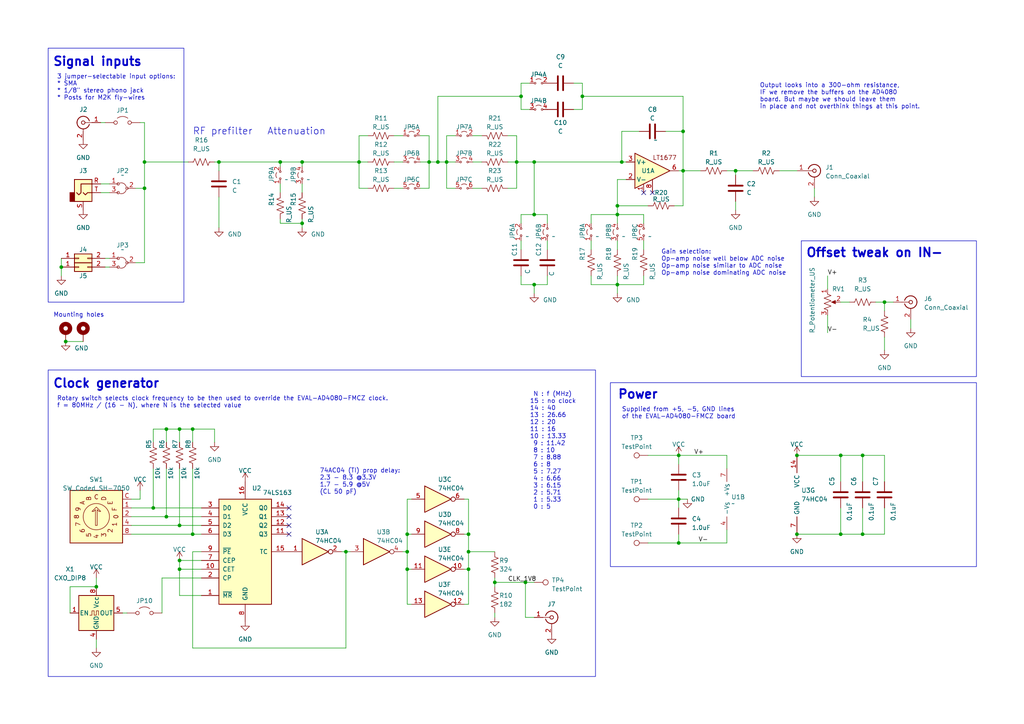
<source format=kicad_sch>
(kicad_sch (version 20231120) (generator "eeschema") (generator_version "8.0")
  (paper "A4")
  (junction (at 48.26 124.46))
  (junction (at 129.54 46.99))
  (junction (at 27.94 170.18))
  (junction (at 118.11 165.1))
  (junction (at 124.46 46.99))
  (junction (at 231.14 132.08))
  (junction (at 250.19 154.94))
  (junction (at 231.14 154.94))
  (junction (at 154.94 46.99))
  (junction (at 198.12 49.53))
  (junction (at 179.07 59.69))
  (junction (at 180.34 46.99))
  (junction (at 118.11 154.94))
  (junction (at 154.94 62.23))
  (junction (at 196.85 144.78))
  (junction (at 256.54 87.63))
  (junction (at 52.07 124.46))
  (junction (at 87.63 46.99))
  (junction (at 243.84 154.94))
  (junction (at 63.5 46.99))
  (junction (at 52.07 152.4))
  (junction (at 104.14 46.99))
  (junction (at 143.51 168.91))
  (junction (at 100.33 160.02))
  (junction (at 19.05 99.06))
  (junction (at 168.91 27.94))
  (junction (at 250.19 132.08))
  (junction (at 213.36 49.53))
  (junction (at 55.88 154.94))
  (junction (at 52.07 162.56))
  (junction (at 154.94 82.55))
  (junction (at 152.4 168.91))
  (junction (at 149.86 46.99))
  (junction (at 198.12 38.1))
  (junction (at 44.45 147.32))
  (junction (at 135.89 154.94))
  (junction (at 118.11 160.02))
  (junction (at 179.07 82.55))
  (junction (at 196.85 132.08))
  (junction (at 135.89 165.1))
  (junction (at 55.88 124.46))
  (junction (at 52.07 165.1))
  (junction (at 87.63 64.77))
  (junction (at 151.13 27.94))
  (junction (at 179.07 62.23))
  (junction (at 17.78 77.47))
  (junction (at 41.91 54.61))
  (junction (at 41.91 46.99))
  (junction (at 243.84 132.08))
  (junction (at 127 46.99))
  (junction (at 135.89 160.02))
  (junction (at 81.28 46.99))
  (junction (at 196.85 157.48))
  (junction (at 48.26 149.86))
  (no_connect (at 83.82 152.4))
  (no_connect (at 186.69 55.88))
  (no_connect (at 189.23 55.88))
  (no_connect (at 83.82 154.94))
  (no_connect (at 83.82 149.86))
  (no_connect (at 83.82 147.32))
  (wire (pts (xy 186.69 82.55) (xy 179.07 82.55)))
  (wire (pts (xy 151.13 31.75) (xy 153.67 31.75)))
  (wire (pts (xy 29.21 35.56) (xy 30.48 35.56)))
  (wire (pts (xy 124.46 46.99) (xy 127 46.99)))
  (wire (pts (xy 256.54 132.08) (xy 250.19 132.08)))
  (wire (pts (xy 40.64 35.56) (xy 41.91 35.56)))
  (wire (pts (xy 35.56 177.8) (xy 36.83 177.8)))
  (wire (pts (xy 31.75 74.93) (xy 30.48 74.93)))
  (wire (pts (xy 181.61 52.07) (xy 179.07 52.07)))
  (wire (pts (xy 196.85 157.48) (xy 187.96 157.48)))
  (wire (pts (xy 243.84 132.08) (xy 231.14 132.08)))
  (wire (pts (xy 118.11 154.94) (xy 118.11 144.78)))
  (wire (pts (xy 52.07 124.46) (xy 52.07 128.27)))
  (wire (pts (xy 198.12 49.53) (xy 203.2 49.53)))
  (wire (pts (xy 137.16 46.99) (xy 139.7 46.99)))
  (wire (pts (xy 186.69 64.77) (xy 186.69 62.23)))
  (wire (pts (xy 118.11 175.26) (xy 118.11 165.1)))
  (wire (pts (xy 168.91 27.94) (xy 198.12 27.94)))
  (wire (pts (xy 264.16 92.71) (xy 264.16 95.25)))
  (wire (pts (xy 58.42 154.94) (xy 55.88 154.94)))
  (wire (pts (xy 52.07 124.46) (xy 55.88 124.46)))
  (wire (pts (xy 179.07 69.85) (xy 179.07 72.39)))
  (wire (pts (xy 40.64 142.24) (xy 40.64 144.78)))
  (wire (pts (xy 186.69 69.85) (xy 186.69 72.39)))
  (wire (pts (xy 63.5 46.99) (xy 81.28 46.99)))
  (wire (pts (xy 152.4 168.91) (xy 154.94 168.91)))
  (wire (pts (xy 55.88 124.46) (xy 62.23 124.46)))
  (wire (pts (xy 114.3 54.61) (xy 116.84 54.61)))
  (wire (pts (xy 151.13 82.55) (xy 154.94 82.55)))
  (wire (pts (xy 196.85 132.08) (xy 196.85 134.62)))
  (wire (pts (xy 20.32 177.8) (xy 20.32 170.18)))
  (wire (pts (xy 143.51 168.91) (xy 143.51 170.18)))
  (wire (pts (xy 179.07 59.69) (xy 187.96 59.69)))
  (wire (pts (xy 114.3 39.37) (xy 116.84 39.37)))
  (wire (pts (xy 48.26 128.27) (xy 48.26 124.46)))
  (wire (pts (xy 62.23 128.27) (xy 62.23 124.46)))
  (wire (pts (xy 199.39 144.78) (xy 196.85 144.78)))
  (wire (pts (xy 149.86 46.99) (xy 149.86 54.61)))
  (wire (pts (xy 44.45 135.89) (xy 44.45 147.32)))
  (wire (pts (xy 158.75 64.77) (xy 158.75 62.23)))
  (wire (pts (xy 168.91 24.13) (xy 168.91 27.94)))
  (wire (pts (xy 154.94 46.99) (xy 154.94 62.23)))
  (wire (pts (xy 243.84 154.94) (xy 231.14 154.94)))
  (wire (pts (xy 44.45 147.32) (xy 58.42 147.32)))
  (wire (pts (xy 256.54 97.79) (xy 256.54 101.6)))
  (wire (pts (xy 127 27.94) (xy 151.13 27.94)))
  (wire (pts (xy 106.68 39.37) (xy 104.14 39.37)))
  (wire (pts (xy 19.05 99.06) (xy 24.13 99.06)))
  (wire (pts (xy 135.89 144.78) (xy 135.89 154.94)))
  (wire (pts (xy 40.64 144.78) (xy 38.1 144.78)))
  (wire (pts (xy 135.89 165.1) (xy 135.89 175.26)))
  (wire (pts (xy 196.85 154.94) (xy 196.85 157.48)))
  (wire (pts (xy 154.94 85.09) (xy 154.94 82.55)))
  (wire (pts (xy 104.14 46.99) (xy 104.14 54.61)))
  (wire (pts (xy 58.42 172.72) (xy 52.07 172.72)))
  (wire (pts (xy 171.45 80.01) (xy 171.45 82.55)))
  (wire (pts (xy 210.82 153.67) (xy 210.82 157.48)))
  (wire (pts (xy 250.19 132.08) (xy 243.84 132.08)))
  (wire (pts (xy 87.63 46.99) (xy 104.14 46.99)))
  (wire (pts (xy 17.78 77.47) (xy 17.78 80.01)))
  (wire (pts (xy 87.63 66.04) (xy 87.63 64.77)))
  (wire (pts (xy 210.82 132.08) (xy 210.82 135.89)))
  (wire (pts (xy 129.54 46.99) (xy 132.08 46.99)))
  (wire (pts (xy 256.54 87.63) (xy 254 87.63)))
  (wire (pts (xy 149.86 46.99) (xy 154.94 46.99)))
  (wire (pts (xy 152.4 179.07) (xy 152.4 168.91)))
  (wire (pts (xy 256.54 139.7) (xy 256.54 132.08)))
  (wire (pts (xy 198.12 49.53) (xy 198.12 59.69)))
  (wire (pts (xy 58.42 162.56) (xy 52.07 162.56)))
  (wire (pts (xy 171.45 64.77) (xy 171.45 62.23)))
  (wire (pts (xy 124.46 54.61) (xy 124.46 46.99)))
  (wire (pts (xy 180.34 38.1) (xy 185.42 38.1)))
  (wire (pts (xy 179.07 52.07) (xy 179.07 59.69)))
  (wire (pts (xy 143.51 167.64) (xy 143.51 168.91)))
  (wire (pts (xy 52.07 165.1) (xy 52.07 172.72)))
  (wire (pts (xy 63.5 46.99) (xy 63.5 49.53)))
  (wire (pts (xy 114.3 46.99) (xy 116.84 46.99)))
  (wire (pts (xy 100.33 160.02) (xy 101.6 160.02)))
  (wire (pts (xy 180.34 46.99) (xy 181.61 46.99)))
  (wire (pts (xy 119.38 175.26) (xy 118.11 175.26)))
  (wire (pts (xy 87.63 48.26) (xy 87.63 46.99)))
  (wire (pts (xy 158.75 80.01) (xy 158.75 82.55)))
  (wire (pts (xy 171.45 82.55) (xy 179.07 82.55)))
  (wire (pts (xy 196.85 132.08) (xy 210.82 132.08)))
  (wire (pts (xy 256.54 154.94) (xy 250.19 154.94)))
  (wire (pts (xy 129.54 54.61) (xy 132.08 54.61)))
  (wire (pts (xy 39.37 54.61) (xy 41.91 54.61)))
  (wire (pts (xy 118.11 154.94) (xy 119.38 154.94)))
  (wire (pts (xy 127 27.94) (xy 127 46.99)))
  (wire (pts (xy 55.88 135.89) (xy 55.88 154.94)))
  (wire (pts (xy 250.19 139.7) (xy 250.19 132.08)))
  (wire (pts (xy 46.99 167.64) (xy 58.42 167.64)))
  (wire (pts (xy 143.51 177.8) (xy 143.51 179.07)))
  (wire (pts (xy 48.26 135.89) (xy 48.26 149.86)))
  (wire (pts (xy 179.07 59.69) (xy 179.07 62.23)))
  (wire (pts (xy 151.13 24.13) (xy 151.13 27.94)))
  (wire (pts (xy 63.5 57.15) (xy 63.5 66.04)))
  (wire (pts (xy 129.54 46.99) (xy 129.54 54.61)))
  (wire (pts (xy 135.89 160.02) (xy 135.89 165.1)))
  (wire (pts (xy 171.45 62.23) (xy 179.07 62.23)))
  (wire (pts (xy 153.67 24.13) (xy 151.13 24.13)))
  (wire (pts (xy 196.85 157.48) (xy 210.82 157.48)))
  (wire (pts (xy 198.12 38.1) (xy 198.12 49.53)))
  (wire (pts (xy 52.07 152.4) (xy 58.42 152.4)))
  (wire (pts (xy 168.91 27.94) (xy 168.91 31.75)))
  (wire (pts (xy 250.19 147.32) (xy 250.19 154.94)))
  (wire (pts (xy 198.12 38.1) (xy 198.12 27.94)))
  (wire (pts (xy 196.85 132.08) (xy 187.96 132.08)))
  (wire (pts (xy 31.75 55.88) (xy 29.21 55.88)))
  (wire (pts (xy 137.16 54.61) (xy 139.7 54.61)))
  (wire (pts (xy 151.13 82.55) (xy 151.13 80.01)))
  (wire (pts (xy 154.94 62.23) (xy 151.13 62.23)))
  (wire (pts (xy 134.62 154.94) (xy 135.89 154.94)))
  (wire (pts (xy 250.19 154.94) (xy 243.84 154.94)))
  (wire (pts (xy 186.69 62.23) (xy 179.07 62.23)))
  (wire (pts (xy 166.37 24.13) (xy 168.91 24.13)))
  (wire (pts (xy 27.94 185.42) (xy 27.94 187.96)))
  (wire (pts (xy 154.94 46.99) (xy 180.34 46.99)))
  (wire (pts (xy 154.94 82.55) (xy 158.75 82.55)))
  (wire (pts (xy 210.82 49.53) (xy 213.36 49.53)))
  (wire (pts (xy 48.26 149.86) (xy 58.42 149.86)))
  (wire (pts (xy 143.51 168.91) (xy 152.4 168.91)))
  (wire (pts (xy 41.91 54.61) (xy 41.91 76.2)))
  (wire (pts (xy 38.1 147.32) (xy 44.45 147.32)))
  (wire (pts (xy 81.28 55.88) (xy 81.28 53.34)))
  (wire (pts (xy 213.36 58.42) (xy 213.36 60.96)))
  (wire (pts (xy 135.89 175.26) (xy 134.62 175.26)))
  (wire (pts (xy 236.22 54.61) (xy 236.22 57.15)))
  (wire (pts (xy 81.28 48.26) (xy 81.28 46.99)))
  (wire (pts (xy 52.07 165.1) (xy 58.42 165.1)))
  (wire (pts (xy 121.92 39.37) (xy 124.46 39.37)))
  (wire (pts (xy 38.1 149.86) (xy 48.26 149.86)))
  (wire (pts (xy 87.63 55.88) (xy 87.63 53.34)))
  (wire (pts (xy 46.99 167.64) (xy 46.99 177.8)))
  (wire (pts (xy 134.62 144.78) (xy 135.89 144.78)))
  (wire (pts (xy 134.62 165.1) (xy 135.89 165.1)))
  (wire (pts (xy 127 46.99) (xy 129.54 46.99)))
  (wire (pts (xy 259.08 87.63) (xy 256.54 87.63)))
  (wire (pts (xy 52.07 162.56) (xy 52.07 165.1)))
  (wire (pts (xy 149.86 46.99) (xy 147.32 46.99)))
  (wire (pts (xy 196.85 142.24) (xy 196.85 144.78)))
  (wire (pts (xy 187.96 144.78) (xy 196.85 144.78)))
  (wire (pts (xy 196.85 144.78) (xy 196.85 147.32)))
  (wire (pts (xy 104.14 46.99) (xy 106.68 46.99)))
  (wire (pts (xy 39.37 76.2) (xy 41.91 76.2)))
  (wire (pts (xy 20.32 170.18) (xy 27.94 170.18)))
  (wire (pts (xy 119.38 165.1) (xy 118.11 165.1)))
  (wire (pts (xy 198.12 59.69) (xy 195.58 59.69)))
  (wire (pts (xy 81.28 64.77) (xy 81.28 63.5)))
  (wire (pts (xy 55.88 187.96) (xy 100.33 187.96)))
  (wire (pts (xy 196.85 49.53) (xy 198.12 49.53)))
  (wire (pts (xy 149.86 39.37) (xy 149.86 46.99)))
  (wire (pts (xy 38.1 152.4) (xy 52.07 152.4)))
  (wire (pts (xy 118.11 144.78) (xy 119.38 144.78)))
  (wire (pts (xy 186.69 80.01) (xy 186.69 82.55)))
  (wire (pts (xy 31.75 77.47) (xy 30.48 77.47)))
  (wire (pts (xy 104.14 39.37) (xy 104.14 46.99)))
  (wire (pts (xy 135.89 160.02) (xy 135.89 154.94)))
  (wire (pts (xy 124.46 39.37) (xy 124.46 46.99)))
  (wire (pts (xy 154.94 179.07) (xy 152.4 179.07)))
  (wire (pts (xy 100.33 160.02) (xy 99.06 160.02)))
  (wire (pts (xy 81.28 46.99) (xy 87.63 46.99)))
  (wire (pts (xy 81.28 64.77) (xy 87.63 64.77)))
  (wire (pts (xy 116.84 160.02) (xy 118.11 160.02)))
  (wire (pts (xy 240.03 91.44) (xy 240.03 96.52)))
  (wire (pts (xy 41.91 35.56) (xy 41.91 46.99)))
  (wire (pts (xy 55.88 124.46) (xy 55.88 128.27)))
  (wire (pts (xy 179.07 85.09) (xy 179.07 82.55)))
  (wire (pts (xy 243.84 87.63) (xy 246.38 87.63)))
  (wire (pts (xy 41.91 46.99) (xy 54.61 46.99)))
  (wire (pts (xy 121.92 46.99) (xy 124.46 46.99)))
  (wire (pts (xy 38.1 154.94) (xy 55.88 154.94)))
  (wire (pts (xy 17.78 74.93) (xy 17.78 77.47)))
  (wire (pts (xy 44.45 124.46) (xy 48.26 124.46)))
  (wire (pts (xy 243.84 147.32) (xy 243.84 154.94)))
  (wire (pts (xy 87.63 64.77) (xy 87.63 63.5)))
  (wire (pts (xy 256.54 87.63) (xy 256.54 90.17)))
  (wire (pts (xy 151.13 27.94) (xy 151.13 31.75)))
  (wire (pts (xy 180.34 38.1) (xy 180.34 46.99)))
  (wire (pts (xy 118.11 165.1) (xy 118.11 160.02)))
  (wire (pts (xy 213.36 49.53) (xy 218.44 49.53)))
  (wire (pts (xy 118.11 160.02) (xy 118.11 154.94)))
  (wire (pts (xy 62.23 46.99) (xy 63.5 46.99)))
  (wire (pts (xy 243.84 139.7) (xy 243.84 132.08)))
  (wire (pts (xy 179.07 62.23) (xy 179.07 64.77)))
  (wire (pts (xy 137.16 39.37) (xy 139.7 39.37)))
  (wire (pts (xy 106.68 54.61) (xy 104.14 54.61)))
  (wire (pts (xy 240.03 80.01) (xy 240.03 83.82)))
  (wire (pts (xy 213.36 49.53) (xy 213.36 50.8)))
  (wire (pts (xy 193.04 38.1) (xy 198.12 38.1)))
  (wire (pts (xy 48.26 124.46) (xy 52.07 124.46)))
  (wire (pts (xy 147.32 39.37) (xy 149.86 39.37)))
  (wire (pts (xy 41.91 46.99) (xy 41.91 54.61)))
  (wire (pts (xy 135.89 160.02) (xy 143.51 160.02)))
  (wire (pts (xy 55.88 160.02) (xy 55.88 187.96)))
  (wire (pts (xy 121.92 54.61) (xy 124.46 54.61)))
  (wire (pts (xy 147.32 54.61) (xy 149.86 54.61)))
  (wire (pts (xy 168.91 31.75) (xy 166.37 31.75)))
  (wire (pts (xy 179.07 82.55) (xy 179.07 80.01)))
  (wire (pts (xy 58.42 160.02) (xy 55.88 160.02)))
  (wire (pts (xy 44.45 124.46) (xy 44.45 128.27)))
  (wire (pts (xy 27.94 167.64) (xy 27.94 170.18)))
  (wire (pts (xy 226.06 49.53) (xy 231.14 49.53)))
  (wire (pts (xy 151.13 62.23) (xy 151.13 64.77)))
  (wire (pts (xy 129.54 39.37) (xy 129.54 46.99)))
  (wire (pts (xy 129.54 39.37) (xy 132.08 39.37)))
  (wire (pts (xy 256.54 147.32) (xy 256.54 154.94)))
  (wire (pts (xy 52.07 135.89) (xy 52.07 152.4)))
  (wire (pts (xy 158.75 69.85) (xy 158.75 72.39)))
  (wire (pts (xy 151.13 69.85) (xy 151.13 72.39)))
  (wire (pts (xy 171.45 69.85) (xy 171.45 72.39)))
  (wire (pts (xy 31.75 53.34) (xy 29.21 53.34)))
  (wire (pts (xy 154.94 62.23) (xy 158.75 62.23)))
  (wire (pts (xy 100.33 160.02) (xy 100.33 187.96)))
  (rectangle (start 177.038 110.998) (end 283.21 164.338))
  (rectangle (start 232.41 69.85) (end 283.21 109.22))
  (rectangle (start 13.97 13.97) (end 53.34 87.63))
  (rectangle (start 13.97 107.315) (end 172.72 196.215))
  (text "Clock generator" (at 15.24 109.855 0) (effects (font (size 2.54 2.54) (thickness 0.508) (bold yes)) (justify left top)))
  (text "RF prefilter" (at 55.88 39.37 0) (effects (font (size 2 2)) (justify left bottom)))
  (text "74AC04 (TI) prop delay:\n2.3 - 8.3 @3.3V\n1.7 - 5.9 @5V\n(CL 50 pF)" (at 92.71 143.51 0) (effects (font (size 1.27 1.27)) (justify left bottom)))
  (text "Mounting holes" (at 22.86 91.44 0) (effects (font (size 1.27 1.27))))
  (text "Supplied from +5, -5, GND lines\nof the EVAL-AD4080-FMCZ board" (at 180.34 118.11 0) (effects (font (size 1.27 1.27)) (justify left top)))
  (text " N : f (MHz)\n15 : no clock\n14 : 40\n13 : 26.66\n12 : 20\n11 : 16\n10 : 13.33\n 9 : 11.42\n 8 : 10\n 7 : 8.88\n 6 : 8\n 5 : 7.27\n 4 : 6.66\n 3 : 6.15\n 2 : 5.71\n 1 : 5.33\n 0 : 5" (at 153.67 113.665 0) (effects (font (size 1.27 1.27)) (justify left top)))
  (text "3 jumper-selectable input options:\n* SMA\n* 1/8\" stereo phono jack\n* Posts for M2K fly-wires" (at 16.51 21.59 0) (effects (font (size 1.27 1.27)) (justify left top)))
  (text "Output looks into a 300-ohm resistance,\nIF we remove the buffers on the AD4080\nboard. But maybe we should leave them\nin place and not overthink things at this point." (at 220.345 31.75 0) (effects (font (size 1.27 1.27)) (justify left bottom)))
  (text "Signal inputs" (at 15.24 16.51 0) (effects (font (size 2.54 2.54) (thickness 0.508) (bold yes)) (justify left top)))
  (text "Offset tweak on IN-" (at 233.68 74.93 0) (effects (font (size 2.54 2.54) (thickness 0.508) (bold yes)) (justify left bottom)))
  (text "Rotary switch selects clock frequency to be then used to override the EVAL-AD4080-FMCZ clock.\nf = 80MHz / (16 - N), where N is the selected value" (at 16.51 114.935 0) (effects (font (size 1.27 1.27)) (justify left top)))
  (text "Attenuation" (at 77.47 39.37 0) (effects (font (size 2 2)) (justify left bottom)))
  (text "Gain selection:\nOp-amp noise well below ADC noise\nOp-amp noise similar to ADC noise\nOp-amp noise dominating ADC noise" (at 191.77 80.01 0) (effects (font (size 1.27 1.27)) (justify left bottom)))
  (text "Power" (at 179.07 113.03 0) (effects (font (size 2.54 2.54) (thickness 0.508) (bold yes)) (justify left top)))
  (label "V+" (at 240.03 80.01 0))
  (label "V+" (at 201.295 132.08 0))
  (label "CLK_1V8" (at 147.32 168.91 0))
  (label "V-" (at 240.03 96.52 0))
  (label "V-" (at 202.565 157.48 0))
  (symbol (lib_id "FTC2024:JumperBlock_3x2") (at 171.45 67.31 90) (unit 1)
    (property "Reference" "JP8" (at 168.91 64.77 0) (effects (justify right)))
    (property "Value" "~" (at 172.72 68.58 90) (effects (justify right)))
    (property "Footprint" "Connector_PinHeader_2.54mm:PinHeader_2x03_P2.54mm_Vertical" (effects (hide yes)))
  )
  (symbol (lib_id "Device:R_US") (at 55.88 132.08 180) (unit 1)
    (property "Reference" "R8" (at 54.61 130.175 90) (effects (justify right)))
    (property "Value" "10k" (at 57.15 139.065 90) (effects (justify right)))
    (property "Footprint" "Resistor_THT:R_Axial_DIN0207_L6.3mm_D2.5mm_P10.16mm_Horizontal" (effects (hide yes)))
  )
  (symbol (lib_id "Device:R_US") (at 143.51 46.99 270) (mirror x) (unit 1)
    (property "Reference" "R22" (at 143.51 41.91 90))
    (property "Value" "R_US" (at 143.51 44.45 90))
    (property "Footprint" "Resistor_THT:R_Axial_DIN0207_L6.3mm_D2.5mm_P10.16mm_Horizontal" (effects (hide yes)))
  )
  (symbol (lib_id "Device:R_US") (at 48.26 132.08 180) (unit 1)
    (property "Reference" "R6" (at 46.99 130.175 90) (effects (justify right)))
    (property "Value" "10k" (at 49.53 139.065 90) (effects (justify right)))
    (property "Footprint" "Resistor_THT:R_Axial_DIN0207_L6.3mm_D2.5mm_P10.16mm_Horizontal" (effects (hide yes)))
  )
  (symbol (lib_id "Device:C") (at 213.36 54.61 0) (unit 1)
    (property "Reference" "C2" (at 216.535 53.3399 0) (effects (justify left)))
    (property "Value" "C" (at 216.535 55.8799 0) (effects (justify left)))
    (property "Footprint" "Capacitor_THT:C_Rect_L7.2mm_W2.5mm_P5.00mm_FKS2_FKP2_MKS2_MKP2" (effects (hide yes)))
  )
  (symbol (lib_id "Device:R_US") (at 81.28 59.69 0) (mirror x) (unit 1)
    (property "Reference" "R14" (at 78.74 55.88 90) (effects (justify left)))
    (property "Value" "R_US" (at 83.82 59.69 90) (effects (justify left)))
    (property "Footprint" "Resistor_THT:R_Axial_DIN0207_L6.3mm_D2.5mm_P10.16mm_Horizontal" (effects (hide yes)))
  )
  (symbol (lib_id "Device:R_US") (at 143.51 163.83 180) (unit 1)
    (property "Reference" "R9" (at 144.78 162.56 0) (effects (justify right)))
    (property "Value" "324" (at 144.78 165.1 0) (effects (justify right)))
    (property "Footprint" "Resistor_THT:R_Axial_DIN0207_L6.3mm_D2.5mm_P10.16mm_Horizontal" (effects (hide yes)))
  )
  (symbol (lib_id "FTC2024:JumperBlock_2x2") (at 81.28 50.8 90) (unit 1)
    (property "Reference" "JP9" (at 78.74 48.26 0) (effects (justify right)))
    (property "Value" "~" (at 82.55 52.07 90) (effects (justify right)))
    (property "Footprint" "Connector_PinHeader_2.54mm:PinHeader_2x02_P2.54mm_Vertical" (effects (hide yes)))
  )
  (symbol (lib_id "Device:C") (at 196.85 151.13 0) (unit 1)
    (property "Reference" "C4" (at 200.66 150.495 0) (effects (justify left)))
    (property "Value" "1.0uF" (at 200.66 153.035 0) (effects (justify left)))
    (property "Footprint" "Capacitor_THT:C_Rect_L7.2mm_W2.5mm_P5.00mm_FKS2_FKP2_MKS2_MKP2" (effects (hide yes)))
  )
  (symbol (lib_id "Connector:Conn_Coaxial") (at 236.22 49.53 0) (unit 1)
    (property "Reference" "J1" (at 239.395 48.5531 0) (effects (justify left)))
    (property "Value" "Conn_Coaxial" (at 239.395 51.0931 0) (effects (justify left)))
    (property "Footprint" "Connector_Coaxial:SMA_Amphenol_132289_EdgeMount" (effects (hide yes)))
    (property "Datasheet" " ~" (effects (hide yes)))
  )
  (symbol (lib_id "Mechanical:MountingHole_Pad") (at 19.05 96.52 0) (unit 1) (exclude_from_sim yes) (in_bom no)
    (property "Reference" "H1" (effects (hide yes)))
    (property "Value" "MountingHole_Pad" (effects (hide yes)))
    (property "Footprint" "MountingHole:MountingHole_3mm_Pad" (effects (hide yes)))
    (property "Description" "Mounting Hole with connection" (effects (hide yes)))
  )
  (symbol (lib_id "power:GND") (at 19.05 99.06 0) (unit 1)
    (property "Reference" "#PWR09" (effects (hide yes)))
    (property "Value" "GND" (at 21.59 100.965 0) (effects (justify left)))
  )
  (symbol (lib_id "Device:R_US") (at 110.49 54.61 90) (unit 1)
    (property "Reference" "R13" (at 110.49 49.53 90))
    (property "Value" "R_US" (at 110.49 52.07 90))
    (property "Footprint" "Resistor_THT:R_Axial_DIN0207_L6.3mm_D2.5mm_P10.16mm_Horizontal" (effects (hide yes)))
  )
  (symbol (lib_id "Connector:TestPoint") (at 187.96 157.48 90) (unit 1)
    (property "Reference" "TP2" (at 184.658 152.4 90))
    (property "Value" "TestPoint" (at 184.658 154.94 90))
    (property "Footprint" "TestPoint:TestPoint_Keystone_5005-5009_Compact" (effects (hide yes)))
  )
  (symbol (lib_id "FTC2024:JumperBlock_3x2") (at 134.62 46.99 0) (unit 2)
    (property "Reference" "JP7" (at 134.62 44.45 0))
    (property "Value" "~" (at 134.62 44.45 0))
    (property "Footprint" "Connector_PinHeader_2.54mm:PinHeader_2x03_P2.54mm_Vertical" (effects (hide yes)))
  )
  (symbol (lib_name "74HC04_4") (lib_id "74xx:74HC04") (at 91.44 160.02 0) (unit 1)
    (property "Reference" "U3" (at 91.44 154.305 0) (effects (justify left)))
    (property "Value" "74HC04" (at 91.44 156.845 0) (effects (justify left)))
    (property "Footprint" "Package_DIP:DIP-14_W7.62mm_LongPads" (effects (hide yes)))
    (property "Datasheet" "https://assets.nexperia.com/documents/data-sheet/74HC_HCT04.pdf" (effects (hide yes)))
  )
  (symbol (lib_id "Switch:SW_Coded_SH-7050") (at 27.94 149.86 0) (unit 1)
    (property "Reference" "SW1" (at 27.94 139.065 0))
    (property "Value" "SW_Coded_SH-7050" (at 27.94 141.605 0))
    (property "Footprint" "FTC2024:FD01KR16P" (effects (hide yes)))
    (property "Datasheet" "https://www.nidec-copal-electronics.com/e/catalog/switch/sh-7000.pdf" (effects (hide yes)))
  )
  (symbol (lib_id "power:GND") (at 256.54 101.6 0) (unit 1)
    (property "Reference" "#PWR016" (effects (hide yes)))
    (property "Value" "GND" (at 256.54 106.68 0))
  )
  (symbol (lib_id "Device:R_US") (at 44.45 132.08 180) (unit 1)
    (property "Reference" "R5" (at 43.18 130.175 90) (effects (justify right)))
    (property "Value" "10k" (at 45.72 139.065 90) (effects (justify right)))
    (property "Footprint" "Resistor_THT:R_Axial_DIN0207_L6.3mm_D2.5mm_P10.16mm_Horizontal" (effects (hide yes)))
  )
  (symbol (lib_id "74xx:74LS163") (at 71.12 160.02 0) (unit 1)
    (property "Reference" "U2" (at 73.0759 141.605 0) (effects (justify left)))
    (property "Value" "74LS163" (at 76.2 142.875 0) (effects (justify left)))
    (property "Footprint" "Package_DIP:DIP-16_W7.62mm_LongPads" (effects (hide yes)))
    (property "Datasheet" "http://www.ti.com/lit/gpn/sn74LS163" (effects (hide yes)))
  )
  (symbol (lib_id "power:GND") (at 63.5 66.04 0) (unit 1)
    (property "Reference" "#PWR011" (effects (hide yes)))
    (property "Value" "GND" (at 66.04 67.945 0) (effects (justify left)))
  )
  (symbol (lib_id "power:GND") (at 27.94 187.96 0) (unit 1)
    (property "Reference" "#PWR018" (effects (hide yes)))
    (property "Value" "GND" (at 27.94 193.04 0))
  )
  (symbol (lib_id "Jumper:Jumper_2_Open") (at 35.56 35.56 0) (unit 1) (exclude_from_sim yes)
    (property "Reference" "JP1" (at 35.56 32.004 0))
    (property "Value" "Jumper_2_Open" (effects (hide yes)))
    (property "Footprint" "Connector_PinHeader_2.54mm:PinHeader_1x02_P2.54mm_Vertical" (effects (hide yes)))
    (property "Description" "Jumper, 2-pole, open" (effects (hide yes)))
  )
  (symbol (lib_id "Device:C") (at 250.19 143.51 0) (unit 1)
    (property "Reference" "C6" (at 247.65 140.97 90) (effects (justify left)))
    (property "Value" "0.1uF" (at 252.73 151.13 90) (effects (justify left)))
    (property "Footprint" "Capacitor_THT:C_Rect_L7.2mm_W2.5mm_P5.00mm_FKS2_FKP2_MKS2_MKP2" (effects (hide yes)))
  )
  (symbol (lib_id "Device:R_US") (at 143.51 39.37 270) (mirror x) (unit 1)
    (property "Reference" "R21" (at 143.51 34.29 90))
    (property "Value" "R_US" (at 143.51 36.83 90))
    (property "Footprint" "Resistor_THT:R_Axial_DIN0207_L6.3mm_D2.5mm_P10.16mm_Horizontal" (effects (hide yes)))
  )
  (symbol (lib_id "Connector_Generic:Conn_02x01") (at 22.86 74.93 0) (unit 1)
    (property "Reference" "J4" (at 24.13 72.39 0))
    (property "Value" "Conn_02x01" (effects (hide yes)))
    (property "Footprint" "Connector_PinHeader_2.54mm:PinHeader_1x02_P2.54mm_Vertical" (effects (hide yes)))
    (property "Description" "Generic connector, double row, 02x01, this symbol is compatible with counter-clockwise, top-bottom and odd-even numbering schemes., script generated (kicad-library-utils/schlib/autogen/connector/)" (effects (hide yes)))
  )
  (symbol (lib_name "74HC04_5") (lib_id "74xx:74HC04") (at 127 175.26 0) (unit 6)
    (property "Reference" "U3" (at 127 169.545 0) (effects (justify left)))
    (property "Value" "74HC04" (at 127 172.085 0) (effects (justify left)))
    (property "Footprint" "Package_DIP:DIP-14_W7.62mm_LongPads" (effects (hide yes)))
    (property "Datasheet" "https://assets.nexperia.com/documents/data-sheet/74HC_HCT04.pdf" (effects (hide yes)))
  )
  (symbol (lib_id "power:VCC") (at 231.14 132.08 0) (unit 1)
    (property "Reference" "#PWR019" (effects (hide yes)))
    (property "Value" "VCC" (at 231.14 128.905 0))
  )
  (symbol (lib_id "Device:R_US") (at 52.07 132.08 180) (unit 1)
    (property "Reference" "R7" (at 50.8 130.175 90) (effects (justify right)))
    (property "Value" "10k" (at 53.34 139.065 90) (effects (justify right)))
    (property "Footprint" "Resistor_THT:R_Axial_DIN0207_L6.3mm_D2.5mm_P10.16mm_Horizontal" (effects (hide yes)))
  )
  (symbol (lib_id "Connector:Conn_Coaxial") (at 160.02 179.07 0) (unit 1)
    (property "Reference" "J7" (at 158.75 175.26 0) (effects (justify left)))
    (property "Value" "Conn_Coaxial" (effects (hide yes)))
    (property "Footprint" "Connector_Coaxial:SMA_Amphenol_132289_EdgeMount" (effects (hide yes)))
    (property "Datasheet" " ~" (effects (hide yes)))
  )
  (symbol (lib_id "power:GND") (at 199.39 144.78 0) (unit 1)
    (property "Reference" "#PWR08" (effects (hide yes)))
    (property "Value" "GND" (at 204.47 144.78 0) (effects (justify right)))
  )
  (symbol (lib_id "Device:R_US") (at 186.69 76.2 0) (mirror x) (unit 1)
    (property "Reference" "R19" (at 184.15 73.66 90))
    (property "Value" "R_US" (at 189.23 78.74 90))
    (property "Footprint" "Resistor_THT:R_Axial_DIN0207_L6.3mm_D2.5mm_P10.16mm_Horizontal" (effects (hide yes)))
  )
  (symbol (lib_id "Device:R_Potentiometer_US") (at 240.03 87.63 0) (unit 1)
    (property "Reference" "RV1" (at 245.11 83.82 0) (effects (justify right)))
    (property "Value" "R_Potentiometer_US" (at 235.585 77.47 90) (effects (justify right)))
    (property "Footprint" "Potentiometer_THT:Potentiometer_Bourns_3386F_Vertical" (effects (hide yes)))
  )
  (symbol (lib_id "Device:C") (at 189.23 38.1 90) (unit 1)
    (property "Reference" "C8" (at 189.23 31.75 90))
    (property "Value" "C" (at 189.23 34.29 90))
    (property "Footprint" "Capacitor_THT:C_Rect_L7.2mm_W2.5mm_P5.00mm_FKS2_FKP2_MKS2_MKP2" (effects (hide yes)))
  )
  (symbol (lib_id "Device:R_US") (at 143.51 173.99 180) (unit 1)
    (property "Reference" "R10" (at 144.78 172.72 0) (effects (justify right)))
    (property "Value" "182" (at 144.78 175.26 0) (effects (justify right)))
    (property "Footprint" "Resistor_THT:R_Axial_DIN0207_L6.3mm_D2.5mm_P10.16mm_Horizontal" (effects (hide yes)))
  )
  (symbol (lib_id "power:VCC") (at 196.85 132.08 0) (unit 1)
    (property "Reference" "#PWR025" (effects (hide yes)))
    (property "Value" "VCC" (at 196.85 128.905 0))
  )
  (symbol (lib_id "Device:C") (at 243.84 143.51 0) (unit 1)
    (property "Reference" "C5" (at 241.3 140.97 90) (effects (justify left)))
    (property "Value" "0.1uF" (at 246.38 151.13 90) (effects (justify left)))
    (property "Footprint" "Capacitor_THT:C_Rect_L7.2mm_W2.5mm_P5.00mm_FKS2_FKP2_MKS2_MKP2" (effects (hide yes)))
  )
  (symbol (lib_id "power:GND") (at 143.51 179.07 0) (unit 1)
    (property "Reference" "#PWR022" (effects (hide yes)))
    (property "Value" "GND" (at 143.51 184.15 0))
  )
  (symbol (lib_id "power:GND") (at 24.13 60.96 0) (unit 1)
    (property "Reference" "#PWR07" (effects (hide yes)))
    (property "Value" "GND" (at 24.13 66.04 0))
  )
  (symbol (lib_id "Device:R_US") (at 171.45 76.2 0) (mirror x) (unit 1)
    (property "Reference" "R17" (at 168.91 73.66 90))
    (property "Value" "R_US" (at 173.99 78.74 90))
    (property "Footprint" "Resistor_THT:R_Axial_DIN0207_L6.3mm_D2.5mm_P10.16mm_Horizontal" (effects (hide yes)))
  )
  (symbol (lib_id "Device:C") (at 196.85 138.43 0) (unit 1)
    (property "Reference" "C3" (at 200.66 137.795 0) (effects (justify left)))
    (property "Value" "1.0uF" (at 200.66 140.335 0) (effects (justify left)))
    (property "Footprint" "Capacitor_THT:C_Rect_L7.2mm_W2.5mm_P5.00mm_FKS2_FKP2_MKS2_MKP2" (effects (hide yes)))
  )
  (symbol (lib_id "Device:R_US") (at 58.42 46.99 90) (unit 1)
    (property "Reference" "R16" (at 58.42 40.64 90))
    (property "Value" "R_US" (at 58.42 43.18 90))
    (property "Footprint" "Resistor_THT:R_Axial_DIN0207_L6.3mm_D2.5mm_P10.16mm_Horizontal" (effects (hide yes)))
  )
  (symbol (lib_id "Device:C") (at 151.13 76.2 180) (unit 1)
    (property "Reference" "C11" (at 149.225 72.39 90))
    (property "Value" "C" (at 153.035 78.74 90))
    (property "Footprint" "Capacitor_THT:C_Rect_L7.2mm_W2.5mm_P5.00mm_FKS2_FKP2_MKS2_MKP2" (effects (hide yes)))
  )
  (symbol (lib_id "FTC2024:JumperBlock_2x2") (at 151.13 67.31 90) (unit 1)
    (property "Reference" "JP6" (at 148.59 64.77 0) (effects (justify right)))
    (property "Value" "~" (at 152.4 68.58 90) (effects (justify right)))
    (property "Footprint" "Connector_PinHeader_2.54mm:PinHeader_2x02_P2.54mm_Vertical" (effects (hide yes)))
  )
  (symbol (lib_id "FTC2024:JumperBlock_3x2") (at 119.38 54.61 0) (unit 3)
    (property "Reference" "JP5" (at 119.38 52.07 0))
    (property "Value" "~" (at 119.38 52.07 0))
    (property "Footprint" "Connector_PinHeader_2.54mm:PinHeader_2x03_P2.54mm_Vertical" (effects (hide yes)))
  )
  (symbol (lib_name "74HC04_3") (lib_id "74xx:74HC04") (at 109.22 160.02 0) (unit 2)
    (property "Reference" "U3" (at 109.22 154.305 0) (effects (justify left)))
    (property "Value" "74HC04" (at 109.22 156.845 0) (effects (justify left)))
    (property "Footprint" "Package_DIP:DIP-14_W7.62mm_LongPads" (effects (hide yes)))
    (property "Datasheet" "https://assets.nexperia.com/documents/data-sheet/74HC_HCT04.pdf" (effects (hide yes)))
  )
  (symbol (lib_id "power:VCC") (at 52.07 162.56 0) (unit 1)
    (property "Reference" "#PWR02" (effects (hide yes)))
    (property "Value" "VCC" (at 52.07 159.385 0))
  )
  (symbol (lib_id "FTC2024:LT1677") (at 184.15 49.53 0) (mirror x) (unit 1)
    (property "Reference" "U1" (at 187.96 49.53 0))
    (property "Value" "~" (at 190.1685 40.64 0))
    (property "Footprint" "Package_DIP:DIP-8_W7.62mm" (effects (hide yes)))
  )
  (symbol (lib_id "Connector:Conn_Coaxial") (at 264.16 87.63 0) (unit 1)
    (property "Reference" "J6" (at 267.97 86.6531 0) (effects (justify left)))
    (property "Value" "Conn_Coaxial" (at 267.97 89.1931 0) (effects (justify left)))
    (property "Footprint" "Connector_Coaxial:SMA_Amphenol_132289_EdgeMount" (effects (hide yes)))
    (property "Datasheet" " ~" (effects (hide yes)))
  )
  (symbol (lib_id "FTC2024:JumperBlock_2x2") (at 87.63 50.8 90) (unit 2)
    (property "Reference" "JP9" (at 85.09 48.26 0) (effects (justify right)))
    (property "Value" "~" (at 88.9 52.07 90) (effects (justify right)))
    (property "Footprint" "Connector_PinHeader_2.54mm:PinHeader_2x02_P2.54mm_Vertical" (effects (hide yes)))
  )
  (symbol (lib_id "power:GND") (at 213.36 60.96 0) (unit 1)
    (property "Reference" "#PWR04" (effects (hide yes)))
    (property "Value" "GND" (at 213.36 66.04 0))
  )
  (symbol (lib_id "Device:R_US") (at 179.07 76.2 0) (mirror x) (unit 1)
    (property "Reference" "R18" (at 176.53 73.66 90))
    (property "Value" "R_US" (at 181.61 78.74 90))
    (property "Footprint" "Resistor_THT:R_Axial_DIN0207_L6.3mm_D2.5mm_P10.16mm_Horizontal" (effects (hide yes)))
  )
  (symbol (lib_id "Connector:Conn_Coaxial") (at 24.13 35.56 0) (mirror y) (unit 1)
    (property "Reference" "J2" (at 25.4 31.75 0) (effects (justify left)))
    (property "Value" "Conn_Coaxial" (effects (hide yes)))
    (property "Footprint" "Connector_Coaxial:SMA_Amphenol_132289_EdgeMount" (effects (hide yes)))
    (property "Datasheet" " ~" (effects (hide yes)))
  )
  (symbol (lib_id "Device:R_US") (at 191.77 59.69 270) (unit 1)
    (property "Reference" "R20" (at 191.77 55.88 90))
    (property "Value" "R_US" (at 191.77 57.785 90))
    (property "Footprint" "Resistor_THT:R_Axial_DIN0207_L6.3mm_D2.5mm_P10.16mm_Horizontal" (effects (hide yes)))
  )
  (symbol (lib_id "FTC2024:Jumper_3") (at 35.56 76.2 0) (unit 1)
    (property "Reference" "JP3" (at 35.56 71.12 0))
    (property "Value" "~" (at 35.56 72.39 0))
    (property "Footprint" "Connector_PinHeader_2.54mm:PinHeader_1x03_P2.54mm_Vertical" (effects (hide yes)))
  )
  (symbol (lib_id "power:GND") (at 24.13 40.64 0) (unit 1)
    (property "Reference" "#PWR013" (effects (hide yes)))
    (property "Value" "GND" (at 24.13 45.72 0))
  )
  (symbol (lib_id "Connector:TestPoint") (at 154.94 168.91 270) (unit 1)
    (property "Reference" "TP4" (at 160.02 168.275 90) (effects (justify left)))
    (property "Value" "TestPoint" (at 160.02 170.815 90) (effects (justify left)))
    (property "Footprint" "TestPoint:TestPoint_Keystone_5005-5009_Compact" (effects (hide yes)))
  )
  (symbol (lib_id "power:VCC") (at 40.64 142.24 0) (unit 1)
    (property "Reference" "#PWR01" (effects (hide yes)))
    (property "Value" "VCC" (at 40.64 139.065 0))
  )
  (symbol (lib_id "74xx:74HC04") (at 127 154.94 0) (unit 4)
    (property "Reference" "U3" (at 127 149.225 0) (effects (justify left)))
    (property "Value" "74HC04" (at 127 151.765 0) (effects (justify left)))
    (property "Footprint" "Package_DIP:DIP-14_W7.62mm_LongPads" (effects (hide yes)))
    (property "Datasheet" "https://assets.nexperia.com/documents/data-sheet/74HC_HCT04.pdf" (effects (hide yes)))
  )
  (symbol (lib_id "power:GND") (at 179.07 85.09 0) (unit 1)
    (property "Reference" "#PWR023" (effects (hide yes)))
    (property "Value" "GND" (at 181.61 86.995 0) (effects (justify left)))
  )
  (symbol (lib_id "Connector_Generic:Conn_02x01") (at 22.86 77.47 0) (unit 1)
    (property "Reference" "J5" (at 24.13 80.01 0))
    (property "Value" "Conn_02x01" (effects (hide yes)))
    (property "Footprint" "Connector_PinHeader_2.54mm:PinHeader_1x02_P2.54mm_Vertical" (effects (hide yes)))
    (property "Description" "Generic connector, double row, 02x01, this symbol is compatible with counter-clockwise, top-bottom and odd-even numbering schemes., script generated (kicad-library-utils/schlib/autogen/connector/)" (effects (hide yes)))
  )
  (symbol (lib_id "power:GND") (at 87.63 66.04 0) (unit 1)
    (property "Reference" "#PWR03" (effects (hide yes)))
    (property "Value" "GND" (at 90.17 67.945 0) (effects (justify left)))
  )
  (symbol (lib_id "Device:R_US") (at 256.54 93.98 180) (unit 1)
    (property "Reference" "R4" (at 250.19 92.71 0) (effects (justify right)))
    (property "Value" "R_US" (at 250.19 95.25 0) (effects (justify right)))
    (property "Footprint" "Resistor_THT:R_Axial_DIN0207_L6.3mm_D2.5mm_P10.16mm_Horizontal" (effects (hide yes)))
  )
  (symbol (lib_id "power:GND") (at 160.02 184.15 0) (unit 1)
    (property "Reference" "#PWR012" (effects (hide yes)))
    (property "Value" "GND" (at 160.02 189.23 0))
  )
  (symbol (lib_id "Device:R_US") (at 143.51 54.61 270) (mirror x) (unit 1)
    (property "Reference" "R23" (at 143.51 49.53 90))
    (property "Value" "R_US" (at 143.51 52.07 90))
    (property "Footprint" "Resistor_THT:R_Axial_DIN0207_L6.3mm_D2.5mm_P10.16mm_Horizontal" (effects (hide yes)))
  )
  (symbol (lib_name "74HC04_1") (lib_id "74xx:74HC04") (at 231.14 143.51 0) (unit 7)
    (property "Reference" "U3" (at 232.41 142.24 0) (effects (justify left)))
    (property "Value" "74HC04" (at 232.41 144.78 0) (effects (justify left)))
    (property "Footprint" "Package_DIP:DIP-14_W7.62mm_LongPads" (effects (hide yes)))
    (property "Datasheet" "https://assets.nexperia.com/documents/data-sheet/74HC_HCT04.pdf" (effects (hide yes)))
  )
  (symbol (lib_id "thoren_custom:AudioJack2_Ground") (at 24.13 55.88 0) (unit 1)
    (property "Reference" "J3" (at 24.13 49.53 0))
    (property "Value" "AudioJack2_Ground" (effects (hide yes)))
    (property "Footprint" "Connector_Audio:Jack_3.5mm_CUI_SJ1-3533NG_Horizontal" (effects (hide yes)))
  )
  (symbol (lib_name "74HC04_6") (lib_id "74xx:74HC04") (at 127 165.1 0) (unit 5)
    (property "Reference" "U3" (at 127 159.385 0) (effects (justify left)))
    (property "Value" "74HC04" (at 127 161.925 0) (effects (justify left)))
    (property "Footprint" "Package_DIP:DIP-14_W7.62mm_LongPads" (effects (hide yes)))
    (property "Datasheet" "https://assets.nexperia.com/documents/data-sheet/74HC_HCT04.pdf" (effects (hide yes)))
  )
  (symbol (lib_id "Device:C") (at 63.5 53.34 0) (unit 1)
    (property "Reference" "C1" (at 67.31 52.705 0) (effects (justify left)))
    (property "Value" "C" (at 67.31 55.245 0) (effects (justify left)))
    (property "Footprint" "Capacitor_THT:C_Rect_L7.2mm_W2.5mm_P5.00mm_FKS2_FKP2_MKS2_MKP2" (effects (hide yes)))
  )
  (symbol (lib_id "Device:C") (at 158.75 76.2 180) (unit 1)
    (property "Reference" "C12" (at 156.21 72.39 90))
    (property "Value" "C" (at 160.02 79.375 90))
    (property "Footprint" "Capacitor_THT:C_Rect_L7.2mm_W2.5mm_P5.00mm_FKS2_FKP2_MKS2_MKP2" (effects (hide yes)))
  )
  (symbol (lib_id "Connector:TestPoint") (at 187.96 144.78 90) (unit 1)
    (property "Reference" "TP1" (at 184.658 139.7 90))
    (property "Value" "TestPoint" (at 184.658 142.24 90))
    (property "Footprint" "TestPoint:TestPoint_Keystone_5005-5009_Compact" (effects (hide yes)))
  )
  (symbol (lib_id "Device:R_US") (at 207.01 49.53 90) (unit 1)
    (property "Reference" "R1" (at 207.01 44.45 90))
    (property "Value" "R_US" (at 207.01 46.99 90))
    (property "Footprint" "Resistor_THT:R_Axial_DIN0207_L6.3mm_D2.5mm_P10.16mm_Horizontal" (effects (hide yes)))
  )
  (symbol (lib_id "power:GND") (at 71.12 180.34 0) (unit 1)
    (property "Reference" "#PWR020" (effects (hide yes)))
    (property "Value" "GND" (at 71.12 185.42 0))
  )
  (symbol (lib_id "FTC2024:JumperBlock_3x2") (at 186.69 67.31 90) (unit 3)
    (property "Reference" "JP8" (at 184.15 64.77 0) (effects (justify right)))
    (property "Value" "~" (at 187.96 68.58 90) (effects (justify right)))
    (property "Footprint" "Connector_PinHeader_2.54mm:PinHeader_2x03_P2.54mm_Vertical" (effects (hide yes)))
  )
  (symbol (lib_id "power:VCC") (at 71.12 139.7 0) (unit 1)
    (property "Reference" "#PWR017" (effects (hide yes)))
    (property "Value" "VCC" (at 71.12 136.525 0))
  )
  (symbol (lib_id "power:GND") (at 236.22 57.15 0) (unit 1)
    (property "Reference" "#PWR05" (effects (hide yes)))
    (property "Value" "GND" (at 236.22 62.23 0))
  )
  (symbol (lib_id "Oscillator:CXO_DIP8") (at 27.94 177.8 0) (unit 1)
    (property "Reference" "X1" (at 20.32 165.1 0))
    (property "Value" "CXO_DIP8" (at 20.32 167.64 0))
    (property "Footprint" "Oscillator:Oscillator_DIP-8" (effects (hide yes)))
    (property "Datasheet" "http://cdn-reichelt.de/documents/datenblatt/B400/OSZI.pdf" (effects (hide yes)))
  )
  (symbol (lib_id "Device:R_US") (at 110.49 46.99 90) (unit 1)
    (property "Reference" "R12" (at 110.49 41.91 90))
    (property "Value" "R_US" (at 110.49 44.45 90))
    (property "Footprint" "Resistor_THT:R_Axial_DIN0207_L6.3mm_D2.5mm_P10.16mm_Horizontal" (effects (hide yes)))
  )
  (symbol (lib_id "Device:R_US") (at 222.25 49.53 90) (unit 1)
    (property "Reference" "R2" (at 222.25 44.45 90))
    (property "Value" "R_US" (at 222.25 46.99 90))
    (property "Footprint" "Resistor_THT:R_Axial_DIN0207_L6.3mm_D2.5mm_P10.16mm_Horizontal" (effects (hide yes)))
  )
  (symbol (lib_id "FTC2024:JumperBlock_3x2") (at 179.07 67.31 90) (unit 2)
    (property "Reference" "JP8" (at 176.53 64.77 0) (effects (justify right)))
    (property "Value" "~" (at 180.34 68.58 90) (effects (justify right)))
    (property "Footprint" "Connector_PinHeader_2.54mm:PinHeader_2x03_P2.54mm_Vertical" (effects (hide yes)))
  )
  (symbol (lib_id "power:GND") (at 154.94 85.09 0) (unit 1)
    (property "Reference" "#PWR010" (effects (hide yes)))
    (property "Value" "GND" (at 157.48 86.995 0) (effects (justify left)))
  )
  (symbol (lib_id "FTC2024:JumperBlock_2x2") (at 158.75 67.31 90) (unit 2)
    (property "Reference" "JP6" (at 156.21 64.77 0) (effects (justify right)))
    (property "Value" "~" (at 160.02 68.58 90) (effects (justify right)))
    (property "Footprint" "Connector_PinHeader_2.54mm:PinHeader_2x02_P2.54mm_Vertical" (effects (hide yes)))
  )
  (symbol (lib_id "Jumper:Jumper_2_Open") (at 41.91 177.8 0) (unit 1) (exclude_from_sim yes)
    (property "Reference" "JP10" (at 41.91 174.244 0))
    (property "Value" "Jumper_2_Open" (effects (hide yes)))
    (property "Footprint" "Connector_PinHeader_2.54mm:PinHeader_1x02_P2.54mm_Vertical" (effects (hide yes)))
    (property "Description" "Jumper, 2-pole, open" (effects (hide yes)))
  )
  (symbol (lib_name "74HC04_2") (lib_id "74xx:74HC04") (at 127 144.78 0) (unit 3)
    (property "Reference" "U3" (at 127 139.065 0) (effects (justify left)))
    (property "Value" "74HC04" (at 127 141.605 0) (effects (justify left)))
    (property "Footprint" "Package_DIP:DIP-14_W7.62mm_LongPads" (effects (hide yes)))
    (property "Datasheet" "https://assets.nexperia.com/documents/data-sheet/74HC_HCT04.pdf" (effects (hide yes)))
    (property "Description" "Hex Inverter" (effects (hide yes)))
  )
  (symbol (lib_id "FTC2024:JumperBlock_3x2") (at 119.38 39.37 0) (unit 1)
    (property "Reference" "JP5" (at 119.38 36.83 0))
    (property "Value" "~" (at 119.38 36.83 0))
    (property "Footprint" "Connector_PinHeader_2.54mm:PinHeader_2x03_P2.54mm_Vertical" (effects (hide yes)))
  )
  (symbol (lib_id "Device:C") (at 162.56 31.75 90) (unit 1)
    (property "Reference" "C10" (at 162.56 35.56 90))
    (property "Value" "C" (at 162.56 38.1 90))
    (property "Footprint" "Capacitor_THT:C_Rect_L7.2mm_W2.5mm_P5.00mm_FKS2_FKP2_MKS2_MKP2" (effects (hide yes)))
  )
  (symbol (lib_id "FTC2024:JumperBlock_2x2") (at 156.21 24.13 0) (unit 1)
    (property "Reference" "JP4" (at 156.21 21.59 0))
    (property "Value" "~" (at 156.21 21.59 0))
    (property "Footprint" "Connector_PinHeader_2.54mm:PinHeader_2x02_P2.54mm_Vertical" (effects (hide yes)))
  )
  (symbol (lib_id "Mechanical:MountingHole_Pad") (at 24.13 96.52 0) (unit 1) (exclude_from_sim yes) (in_bom no)
    (property "Reference" "H2" (effects (hide yes)))
    (property "Value" "MountingHole_Pad" (effects (hide yes)))
    (property "Footprint" "MountingHole:MountingHole_3mm_Pad" (effects (hide yes)))
    (property "Description" "Mounting Hole with connection" (effects (hide yes)))
  )
  (symbol (lib_id "Device:R_US") (at 110.49 39.37 90) (unit 1)
    (property "Reference" "R11" (at 110.49 34.29 90))
    (property "Value" "R_US" (at 110.49 36.83 90))
    (property "Footprint" "Resistor_THT:R_Axial_DIN0207_L6.3mm_D2.5mm_P10.16mm_Horizontal" (effects (hide yes)))
  )
  (symbol (lib_id "Connector:TestPoint") (at 187.96 132.08 90) (unit 1)
    (property "Reference" "TP3" (at 184.658 127 90))
    (property "Value" "TestPoint" (at 184.658 129.54 90))
    (property "Footprint" "TestPoint:TestPoint_Keystone_5005-5009_Compact" (effects (hide yes)))
  )
  (symbol (lib_id "FTC2024:LT1677") (at 210.82 144.78 0) (unit 2)
    (property "Reference" "U1" (at 212.09 144.1449 0) (effects (justify left)))
    (property "Value" "~" (at 212.09 146.05 0) (effects (justify left)))
    (property "Footprint" "Package_DIP:DIP-8_W7.62mm" (effects (hide yes)))
  )
  (symbol (lib_id "Device:C") (at 256.54 143.51 0) (unit 1)
    (property "Reference" "C7" (at 254 140.97 90) (effects (justify left)))
    (property "Value" "0.1uF" (at 259.08 151.13 90) (effects (justify left)))
    (property "Footprint" "Capacitor_THT:C_Rect_L7.2mm_W2.5mm_P5.00mm_FKS2_FKP2_MKS2_MKP2" (effects (hide yes)))
  )
  (symbol (lib_id "power:GND") (at 231.14 154.94 0) (unit 1)
    (property "Reference" "#PWR021" (effects (hide yes)))
    (property "Value" "GND" (at 231.14 160.02 0))
  )
  (symbol (lib_id "FTC2024:JumperBlock_3x2") (at 119.38 46.99 0) (unit 2)
    (property "Reference" "JP5" (at 119.38 44.45 0))
    (property "Value" "~" (at 119.38 44.45 0))
    (property "Footprint" "Connector_PinHeader_2.54mm:PinHeader_2x03_P2.54mm_Vertical" (effects (hide yes)))
  )
  (symbol (lib_id "power:GND") (at 264.16 95.25 0) (unit 1)
    (property "Reference" "#PWR06" (effects (hide yes)))
    (property "Value" "GND" (at 264.16 100.33 0))
  )
  (symbol (lib_id "FTC2024:JumperBlock_3x2") (at 134.62 54.61 0) (unit 3)
    (property "Reference" "JP7" (at 134.62 52.07 0))
    (property "Value" "~" (at 134.62 52.07 0))
    (property "Footprint" "Connector_PinHeader_2.54mm:PinHeader_2x03_P2.54mm_Vertical" (effects (hide yes)))
  )
  (symbol (lib_id "Device:R_US") (at 87.63 59.69 0) (mirror x) (unit 1)
    (property "Reference" "R15" (at 85.09 55.88 90) (effects (justify left)))
    (property "Value" "R_US" (at 90.17 59.69 90) (effects (justify left)))
    (property "Footprint" "Resistor_THT:R_Axial_DIN0207_L6.3mm_D2.5mm_P10.16mm_Horizontal" (effects (hide yes)))
  )
  (symbol (lib_id "Device:R_US") (at 250.19 87.63 90) (unit 1)
    (property "Reference" "R3" (at 250.19 81.28 90))
    (property "Value" "R_US" (at 250.19 83.82 90))
    (property "Footprint" "Resistor_THT:R_Axial_DIN0207_L6.3mm_D2.5mm_P10.16mm_Horizontal" (effects (hide yes)))
  )
  (symbol (lib_id "power:VCC") (at 27.94 167.64 0) (unit 1)
    (property "Reference" "#PWR024" (effects (hide yes)))
    (property "Value" "VCC" (at 27.94 164.465 0))
  )
  (symbol (lib_id "Device:C") (at 162.56 24.13 90) (unit 1)
    (property "Reference" "C9" (at 162.56 16.51 90))
    (property "Value" "C" (at 162.56 19.05 90))
    (property "Footprint" "Capacitor_THT:C_Rect_L7.2mm_W2.5mm_P5.00mm_FKS2_FKP2_MKS2_MKP2" (effects (hide yes)))
  )
  (symbol (lib_id "FTC2024:JumperBlock_3x2") (at 134.62 39.37 0) (unit 1)
    (property "Reference" "JP7" (at 134.62 36.83 0))
    (property "Value" "~" (at 134.62 36.83 0))
    (property "Footprint" "Connector_PinHeader_2.54mm:PinHeader_2x03_P2.54mm_Vertical" (effects (hide yes)))
  )
  (symbol (lib_id "FTC2024:JumperBlock_2x2") (at 156.21 31.75 0) (unit 2)
    (property "Reference" "JP4" (at 156.21 29.21 0))
    (property "Value" "~" (at 156.21 29.21 0))
    (property "Footprint" "Connector_PinHeader_2.54mm:PinHeader_2x02_P2.54mm_Vertical" (effects (hide yes)))
  )
  (symbol (lib_id "FTC2024:Jumper_3") (at 35.56 54.61 0) (unit 1)
    (property "Reference" "JP2" (at 35.56 49.53 0))
    (property "Value" "~" (at 35.56 50.8 0))
    (property "Footprint" "Connector_PinHeader_2.54mm:PinHeader_1x03_P2.54mm_Vertical" (effects (hide yes)))
  )
  (symbol (lib_id "power:GND") (at 17.78 80.01 0) (unit 1)
    (property "Reference" "#PWR014" (effects (hide yes)))
    (property "Value" "GND" (at 17.78 85.09 0))
  )
  (symbol (lib_id "power:GND") (at 62.23 128.27 0) (unit 1)
    (property "Reference" "#PWR015" (effects (hide yes)))
    (property "Value" "GND" (at 62.23 133.35 0))
  )
)
</source>
